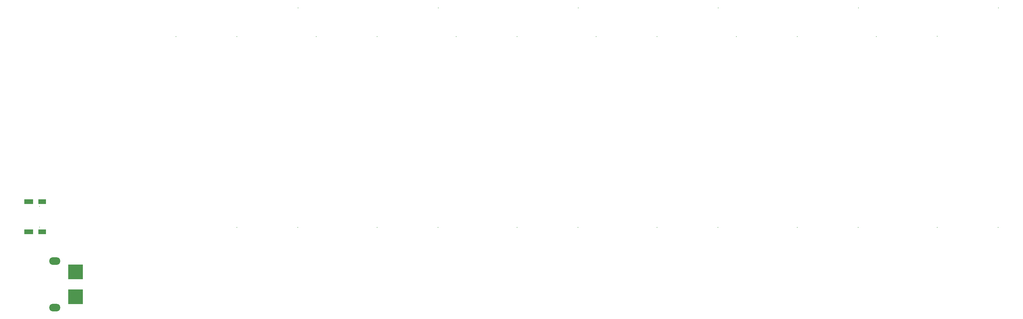
<source format=gbs>
G04*
G04 #@! TF.GenerationSoftware,Altium Limited,Altium Designer,18.1.7 (191)*
G04*
G04 Layer_Color=16711935*
%FSLAX44Y44*%
%MOMM*%
G71*
G01*
G75*
%ADD88C,0.2032*%
%ADD89R,4.2032X4.2032*%
%ADD90O,3.2032X2.2032*%
%ADD91R,2.2032X1.4032*%
%ADD92R,2.5032X1.4032*%
D88*
X2975000Y1022704D02*
D03*
Y470000D02*
D03*
X3151000Y470352D02*
D03*
X3152000Y1105352D02*
D03*
X2799000Y1022352D02*
D03*
X2570000Y1022352D02*
D03*
Y469648D02*
D03*
X2746000Y470000D02*
D03*
X2747000Y1105000D02*
D03*
X2394000Y1022000D02*
D03*
X2165000Y1022352D02*
D03*
Y469648D02*
D03*
X2341000Y470000D02*
D03*
X2342000Y1105000D02*
D03*
X1989000Y1022000D02*
D03*
X1760000Y1022352D02*
D03*
Y469648D02*
D03*
X1936000Y470000D02*
D03*
X1937000Y1105000D02*
D03*
X1584000Y1022000D02*
D03*
X1355000Y1022352D02*
D03*
Y469648D02*
D03*
X1531000Y470000D02*
D03*
X1532000Y1105000D02*
D03*
X1179000Y1022000D02*
D03*
X950000Y1022352D02*
D03*
Y469648D02*
D03*
X1126000Y470000D02*
D03*
X1127000Y1105000D02*
D03*
X774000Y1022000D02*
D03*
X379190Y531000D02*
D03*
Y471000D02*
D03*
D89*
X483000Y341500D02*
D03*
Y269500D02*
D03*
D90*
X423000Y373000D02*
D03*
Y238000D02*
D03*
D91*
X386360Y544200D02*
D03*
Y457700D02*
D03*
D92*
X347760Y544200D02*
D03*
Y457700D02*
D03*
M02*

</source>
